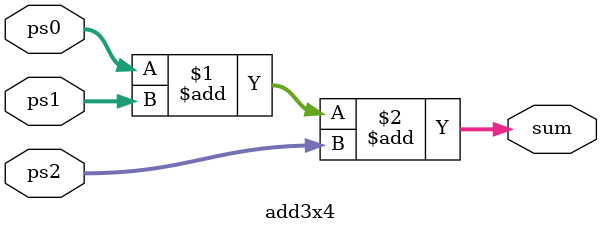
<source format=v>
module add3x4
(
	input [3:0] ps0,
	input [3:0] ps1,
	input [3:0] ps2,
	output [7:0] sum
);
	assign sum = ps0 + ps1 + ps2;

endmodule 
</source>
